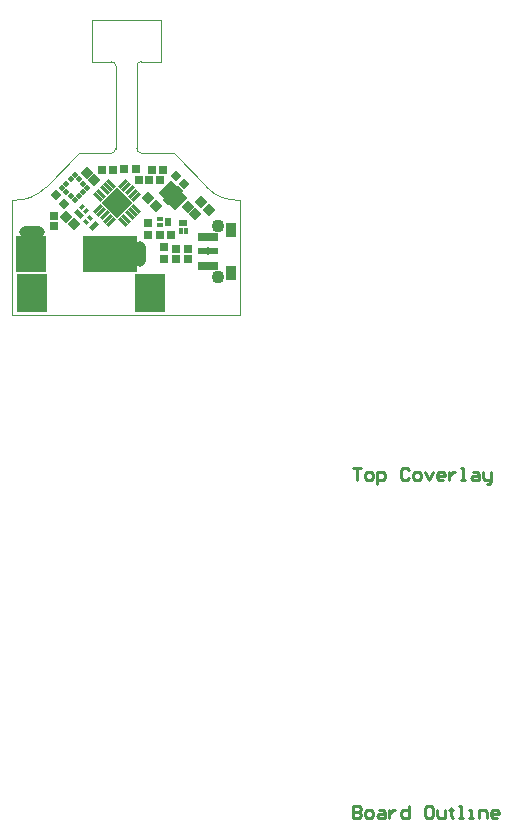
<source format=gts>
G04*
G04 #@! TF.GenerationSoftware,Altium Limited,Altium Designer,23.1.1 (15)*
G04*
G04 Layer_Color=16711833*
%FSLAX24Y24*%
%MOIN*%
G70*
G04*
G04 #@! TF.SameCoordinates,9E248168-9D0A-4965-B1BF-A28D9D39D317*
G04*
G04*
G04 #@! TF.FilePolarity,Negative*
G04*
G01*
G75*
%ADD10C,0.0100*%
%ADD17C,0.0005*%
%ADD33R,0.0350X0.0515*%
%ADD34R,0.0710X0.0295*%
%ADD35R,0.0710X0.0240*%
%ADD47P,0.0220X4X270.0*%
%ADD48R,0.0128X0.0187*%
%ADD49R,0.0306X0.0187*%
G04:AMPARAMS|DCode=50|XSize=12.8mil|YSize=18.7mil|CornerRadius=0mil|HoleSize=0mil|Usage=FLASHONLY|Rotation=45.000|XOffset=0mil|YOffset=0mil|HoleType=Round|Shape=Rectangle|*
%AMROTATEDRECTD50*
4,1,4,0.0021,-0.0112,-0.0112,0.0021,-0.0021,0.0112,0.0112,-0.0021,0.0021,-0.0112,0.0*
%
%ADD50ROTATEDRECTD50*%

G04:AMPARAMS|DCode=51|XSize=30.6mil|YSize=18.7mil|CornerRadius=0mil|HoleSize=0mil|Usage=FLASHONLY|Rotation=45.000|XOffset=0mil|YOffset=0mil|HoleType=Round|Shape=Rectangle|*
%AMROTATEDRECTD51*
4,1,4,-0.0042,-0.0174,-0.0174,-0.0042,0.0042,0.0174,0.0174,0.0042,-0.0042,-0.0174,0.0*
%
%ADD51ROTATEDRECTD51*%

%ADD52R,0.0187X0.0128*%
%ADD53R,0.0187X0.0306*%
G04:AMPARAMS|DCode=54|XSize=12.8mil|YSize=18.7mil|CornerRadius=0mil|HoleSize=0mil|Usage=FLASHONLY|Rotation=315.000|XOffset=0mil|YOffset=0mil|HoleType=Round|Shape=Rectangle|*
%AMROTATEDRECTD54*
4,1,4,-0.0112,-0.0021,0.0021,0.0112,0.0112,0.0021,-0.0021,-0.0112,-0.0112,-0.0021,0.0*
%
%ADD54ROTATEDRECTD54*%

G04:AMPARAMS|DCode=55|XSize=30.6mil|YSize=18.7mil|CornerRadius=0mil|HoleSize=0mil|Usage=FLASHONLY|Rotation=315.000|XOffset=0mil|YOffset=0mil|HoleType=Round|Shape=Rectangle|*
%AMROTATEDRECTD55*
4,1,4,-0.0174,0.0042,-0.0042,0.0174,0.0174,-0.0042,0.0042,-0.0174,-0.0174,0.0042,0.0*
%
%ADD55ROTATEDRECTD55*%

G04:AMPARAMS|DCode=56|XSize=35.4mil|YSize=11.8mil|CornerRadius=0mil|HoleSize=0mil|Usage=FLASHONLY|Rotation=315.000|XOffset=0mil|YOffset=0mil|HoleType=Round|Shape=Rectangle|*
%AMROTATEDRECTD56*
4,1,4,-0.0167,0.0084,-0.0084,0.0167,0.0167,-0.0084,0.0084,-0.0167,-0.0167,0.0084,0.0*
%
%ADD56ROTATEDRECTD56*%

G04:AMPARAMS|DCode=57|XSize=35.4mil|YSize=11.8mil|CornerRadius=0mil|HoleSize=0mil|Usage=FLASHONLY|Rotation=45.000|XOffset=0mil|YOffset=0mil|HoleType=Round|Shape=Rectangle|*
%AMROTATEDRECTD57*
4,1,4,-0.0084,-0.0167,-0.0167,-0.0084,0.0084,0.0167,0.0167,0.0084,-0.0084,-0.0167,0.0*
%
%ADD57ROTATEDRECTD57*%

%ADD58P,0.1058X4X90.0*%
G04:AMPARAMS|DCode=59|XSize=19.8mil|YSize=32.8mil|CornerRadius=0mil|HoleSize=0mil|Usage=FLASHONLY|Rotation=45.000|XOffset=0mil|YOffset=0mil|HoleType=Round|Shape=Rectangle|*
%AMROTATEDRECTD59*
4,1,4,0.0046,-0.0186,-0.0186,0.0046,-0.0046,0.0186,0.0186,-0.0046,0.0046,-0.0186,0.0*
%
%ADD59ROTATEDRECTD59*%

G04:AMPARAMS|DCode=60|XSize=23.8mil|YSize=34.8mil|CornerRadius=0mil|HoleSize=0mil|Usage=FLASHONLY|Rotation=135.000|XOffset=0mil|YOffset=0mil|HoleType=Round|Shape=Rectangle|*
%AMROTATEDRECTD60*
4,1,4,0.0207,0.0039,-0.0039,-0.0207,-0.0207,-0.0039,0.0039,0.0207,0.0207,0.0039,0.0*
%
%ADD60ROTATEDRECTD60*%

%ADD61R,0.0297X0.0297*%
%ADD62R,0.1025X0.1261*%
%ADD63R,0.1797X0.1198*%
%ADD64R,0.1001X0.1198*%
%ADD65P,0.0392X4X180.0*%
%ADD66R,0.0277X0.0277*%
%ADD67R,0.0277X0.0277*%
%ADD68P,0.0420X4X180.0*%
%ADD69R,0.0297X0.0297*%
%ADD70C,0.0430*%
%ADD71O,0.0400X0.0850*%
%ADD72O,0.0850X0.0400*%
%ADD73C,0.0197*%
%ADD74C,0.0260*%
D10*
X11354Y-5090D02*
X11621D01*
X11487D01*
Y-5490D01*
X11821D02*
X11954D01*
X12021Y-5423D01*
Y-5290D01*
X11954Y-5223D01*
X11821D01*
X11754Y-5290D01*
Y-5423D01*
X11821Y-5490D01*
X12154Y-5623D02*
Y-5223D01*
X12354D01*
X12420Y-5290D01*
Y-5423D01*
X12354Y-5490D01*
X12154D01*
X13220Y-5156D02*
X13154Y-5090D01*
X13020D01*
X12954Y-5156D01*
Y-5423D01*
X13020Y-5490D01*
X13154D01*
X13220Y-5423D01*
X13420Y-5490D02*
X13553D01*
X13620Y-5423D01*
Y-5290D01*
X13553Y-5223D01*
X13420D01*
X13353Y-5290D01*
Y-5423D01*
X13420Y-5490D01*
X13753Y-5223D02*
X13887Y-5490D01*
X14020Y-5223D01*
X14353Y-5490D02*
X14220D01*
X14153Y-5423D01*
Y-5290D01*
X14220Y-5223D01*
X14353D01*
X14420Y-5290D01*
Y-5356D01*
X14153D01*
X14553Y-5223D02*
Y-5490D01*
Y-5356D01*
X14620Y-5290D01*
X14686Y-5223D01*
X14753D01*
X14953Y-5490D02*
X15086D01*
X15020D01*
Y-5090D01*
X14953D01*
X15353Y-5223D02*
X15486D01*
X15553Y-5290D01*
Y-5490D01*
X15353D01*
X15286Y-5423D01*
X15353Y-5356D01*
X15553D01*
X15686Y-5223D02*
Y-5423D01*
X15753Y-5490D01*
X15953D01*
Y-5556D01*
X15886Y-5623D01*
X15819D01*
X15953Y-5490D02*
Y-5223D01*
X11354Y-16380D02*
Y-16780D01*
X11554D01*
X11621Y-16713D01*
Y-16646D01*
X11554Y-16580D01*
X11354D01*
X11554D01*
X11621Y-16513D01*
Y-16446D01*
X11554Y-16380D01*
X11354D01*
X11821Y-16780D02*
X11954D01*
X12021Y-16713D01*
Y-16580D01*
X11954Y-16513D01*
X11821D01*
X11754Y-16580D01*
Y-16713D01*
X11821Y-16780D01*
X12220Y-16513D02*
X12354D01*
X12420Y-16580D01*
Y-16780D01*
X12220D01*
X12154Y-16713D01*
X12220Y-16646D01*
X12420D01*
X12554Y-16513D02*
Y-16780D01*
Y-16646D01*
X12620Y-16580D01*
X12687Y-16513D01*
X12754D01*
X13220Y-16380D02*
Y-16780D01*
X13020D01*
X12954Y-16713D01*
Y-16580D01*
X13020Y-16513D01*
X13220D01*
X13953Y-16380D02*
X13820D01*
X13753Y-16446D01*
Y-16713D01*
X13820Y-16780D01*
X13953D01*
X14020Y-16713D01*
Y-16446D01*
X13953Y-16380D01*
X14153Y-16513D02*
Y-16713D01*
X14220Y-16780D01*
X14420D01*
Y-16513D01*
X14620Y-16446D02*
Y-16513D01*
X14553D01*
X14686D01*
X14620D01*
Y-16713D01*
X14686Y-16780D01*
X14886D02*
X15020D01*
X14953D01*
Y-16380D01*
X14886D01*
X15220Y-16780D02*
X15353D01*
X15286D01*
Y-16513D01*
X15220D01*
X15553Y-16780D02*
Y-16513D01*
X15753D01*
X15819Y-16580D01*
Y-16780D01*
X16153D02*
X16019D01*
X15953Y-16713D01*
Y-16580D01*
X16019Y-16513D01*
X16153D01*
X16219Y-16580D01*
Y-16646D01*
X15953D01*
D17*
X0Y3830D02*
G03*
X1114Y4257I100J1406D01*
G01*
X6486D02*
G03*
X7600Y3830I1014J979D01*
G01*
X3450Y8300D02*
G03*
X3300Y8450I-150J0D01*
G01*
X4150Y5550D02*
G03*
X4300Y5400I150J0D01*
G01*
Y8450D02*
G03*
X4150Y8300I0J-150D01*
G01*
X3300Y5400D02*
G03*
X3450Y5550I0J150D01*
G01*
X0Y0D02*
Y3830D01*
X7600Y0D02*
Y1725D01*
Y2515D01*
Y3830D01*
X0Y0D02*
X7600D01*
X2650Y8450D02*
Y9830D01*
X4300Y5400D02*
X5382D01*
X2650Y8450D02*
X3300D01*
X2650Y9830D02*
X4950D01*
Y8450D02*
Y9830D01*
X3450Y5550D02*
Y8300D01*
X4300Y8450D02*
X4950D01*
X5382Y5400D02*
X6486Y4257D01*
X1114D02*
X2218Y5400D01*
X4150Y5550D02*
Y8300D01*
X2218Y5400D02*
X3300D01*
D33*
X7288Y2848D02*
D03*
Y1393D02*
D03*
D34*
X6518Y1638D02*
D03*
Y2603D02*
D03*
D35*
Y2121D02*
D03*
D47*
X1945Y3966D02*
D03*
X2084Y3827D02*
D03*
X1806Y4105D02*
D03*
X2224Y3966D02*
D03*
X2363Y4105D02*
D03*
X1667Y4244D02*
D03*
X1806Y4384D02*
D03*
X1945Y4523D02*
D03*
X2224Y4523D02*
D03*
X2502Y4244D02*
D03*
X2363Y4384D02*
D03*
X2084Y4662D02*
D03*
D48*
X5793Y2804D02*
D03*
X5616D02*
D03*
D49*
X5704Y3080D02*
D03*
D50*
X2465Y3117D02*
D03*
X2590Y3242D02*
D03*
D51*
X2722Y2985D02*
D03*
D52*
X4920Y3012D02*
D03*
Y3189D02*
D03*
D53*
X5196Y3101D02*
D03*
D54*
X2340Y3612D02*
D03*
X2465Y3486D02*
D03*
D55*
X2208Y3354D02*
D03*
D56*
X2856Y3934D02*
D03*
X3190Y4268D02*
D03*
X3078Y4157D02*
D03*
X2967Y4046D02*
D03*
X3301Y4380D02*
D03*
X3802Y3211D02*
D03*
X3691Y3099D02*
D03*
X4025Y3433D02*
D03*
X3914Y3322D02*
D03*
X4136Y3545D02*
D03*
D57*
X2856D02*
D03*
X2967Y3433D02*
D03*
X3802Y4268D02*
D03*
X3691Y4380D02*
D03*
X3078Y3322D02*
D03*
X3190Y3211D02*
D03*
X3301Y3099D02*
D03*
X3914Y4157D02*
D03*
X4025Y4046D02*
D03*
X4136Y3934D02*
D03*
D58*
X3496Y3740D02*
D03*
D59*
X5394Y3668D02*
D03*
X5041Y4021D02*
D03*
X5180Y4161D02*
D03*
X5319Y4300D02*
D03*
X5673Y3946D02*
D03*
X5534Y3807D02*
D03*
D60*
X5478Y4105D02*
D03*
X5236Y3863D02*
D03*
D61*
X4572Y4505D02*
D03*
X4218D02*
D03*
X3345Y4851D02*
D03*
X2991D02*
D03*
X4926Y4505D02*
D03*
X4572D02*
D03*
X5025Y4851D02*
D03*
X4671D02*
D03*
X5275Y2669D02*
D03*
X4921D02*
D03*
D62*
X4579Y730D02*
D03*
X642D02*
D03*
D63*
X3250Y2050D02*
D03*
D64*
X632D02*
D03*
D65*
X5737Y4361D02*
D03*
X5459Y4640D02*
D03*
X1734Y3719D02*
D03*
X1455Y3998D02*
D03*
D66*
X4524Y2686D02*
D03*
Y3080D02*
D03*
X5058Y2259D02*
D03*
Y1865D02*
D03*
D67*
X3740Y4856D02*
D03*
X4134D02*
D03*
D68*
X1800Y3276D02*
D03*
X2050Y3026D02*
D03*
X2731Y4489D02*
D03*
X2481Y4740D02*
D03*
X6103Y3366D02*
D03*
X5853Y3616D02*
D03*
X6302Y3769D02*
D03*
X6552Y3519D02*
D03*
X4783Y3646D02*
D03*
X4533Y3896D02*
D03*
D69*
X1385Y2962D02*
D03*
Y3316D02*
D03*
X5848Y1857D02*
D03*
Y2211D02*
D03*
X5448Y2208D02*
D03*
Y1854D02*
D03*
D70*
X6873Y1286D02*
D03*
Y2956D02*
D03*
D71*
X4270Y2050D02*
D03*
D72*
X659Y2770D02*
D03*
D73*
X3496Y3461D02*
D03*
X3774Y3740D02*
D03*
X3218D02*
D03*
X3496Y4018D02*
D03*
D74*
X4300Y1120D02*
D03*
Y340D02*
D03*
X2648Y1690D02*
D03*
Y2411D02*
D03*
X3909Y1690D02*
D03*
X4218Y4505D02*
D03*
X906Y2411D02*
D03*
X386Y337D02*
D03*
X906D02*
D03*
X6518Y2121D02*
D03*
X906Y1110D02*
D03*
X6518Y1638D02*
D03*
X3909Y2411D02*
D03*
X386D02*
D03*
Y1690D02*
D03*
X906D02*
D03*
X7286Y2848D02*
D03*
X6518Y2603D02*
D03*
X7286Y1392D02*
D03*
X386Y1110D02*
D03*
X4900Y340D02*
D03*
M02*

</source>
